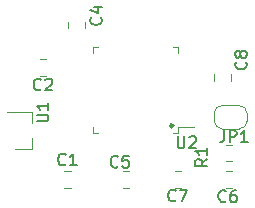
<source format=gbr>
G04 #@! TF.GenerationSoftware,KiCad,Pcbnew,5.1.3-ffb9f22~84~ubuntu18.04.1*
G04 #@! TF.CreationDate,2019-07-28T18:08:26+02:00*
G04 #@! TF.ProjectId,board,626f6172-642e-46b6-9963-61645f706362,rev?*
G04 #@! TF.SameCoordinates,Original*
G04 #@! TF.FileFunction,Legend,Top*
G04 #@! TF.FilePolarity,Positive*
%FSLAX46Y46*%
G04 Gerber Fmt 4.6, Leading zero omitted, Abs format (unit mm)*
G04 Created by KiCad (PCBNEW 5.1.3-ffb9f22~84~ubuntu18.04.1) date 2019-07-28 18:08:26*
%MOMM*%
%LPD*%
G04 APERTURE LIST*
%ADD10C,0.300000*%
%ADD11C,0.120000*%
%ADD12C,0.150000*%
G04 APERTURE END LIST*
D10*
X89393909Y-112468660D02*
G75*
G03X89393909Y-112468660I-105289J0D01*
G01*
D11*
X80196948Y-117758280D02*
X80719452Y-117758280D01*
X80196948Y-116338280D02*
X80719452Y-116338280D01*
X78654652Y-108284080D02*
X78132148Y-108284080D01*
X78654652Y-106864080D02*
X78132148Y-106864080D01*
X80521740Y-104205672D02*
X80521740Y-103683168D01*
X81941740Y-104205672D02*
X81941740Y-103683168D01*
X85149948Y-117732880D02*
X85672452Y-117732880D01*
X85149948Y-116312880D02*
X85672452Y-116312880D01*
X93836748Y-116338280D02*
X94359252Y-116338280D01*
X93836748Y-117758280D02*
X94359252Y-117758280D01*
X90084652Y-117758280D02*
X89562148Y-117758280D01*
X90084652Y-116338280D02*
X89562148Y-116338280D01*
X92889000Y-108139488D02*
X92889000Y-108661992D01*
X94309000Y-108139488D02*
X94309000Y-108661992D01*
X93569800Y-112762540D02*
G75*
G02X92869800Y-112062540I0J700000D01*
G01*
X92869800Y-111462540D02*
G75*
G02X93569800Y-110762540I700000J0D01*
G01*
X94969800Y-110762540D02*
G75*
G02X95669800Y-111462540I0J-700000D01*
G01*
X95669800Y-112062540D02*
G75*
G02X94969800Y-112762540I-700000J0D01*
G01*
X95669800Y-111462540D02*
X95669800Y-112062540D01*
X93569800Y-110762540D02*
X94969800Y-110762540D01*
X92869800Y-112062540D02*
X92869800Y-111462540D01*
X94969800Y-112762540D02*
X93569800Y-112762540D01*
X93862148Y-114075140D02*
X94384652Y-114075140D01*
X93862148Y-115495140D02*
X94384652Y-115495140D01*
X77478160Y-114472840D02*
X77478160Y-113542840D01*
X77478160Y-111312840D02*
X77478160Y-112242840D01*
X77478160Y-111312840D02*
X75318160Y-111312840D01*
X77478160Y-114472840D02*
X76018160Y-114472840D01*
X83075540Y-105843680D02*
X82625540Y-105843680D01*
X82625540Y-105843680D02*
X82625540Y-106293680D01*
X89395540Y-105843680D02*
X89845540Y-105843680D01*
X89845540Y-105843680D02*
X89845540Y-106293680D01*
X83075540Y-113063680D02*
X82625540Y-113063680D01*
X82625540Y-113063680D02*
X82625540Y-112613680D01*
X89395540Y-113063680D02*
X89845540Y-113063680D01*
X89845540Y-113063680D02*
X89845540Y-112613680D01*
X89845540Y-112613680D02*
X91135540Y-112613680D01*
D12*
X80291533Y-115755422D02*
X80243914Y-115803041D01*
X80101057Y-115850660D01*
X80005819Y-115850660D01*
X79862961Y-115803041D01*
X79767723Y-115707803D01*
X79720104Y-115612565D01*
X79672485Y-115422089D01*
X79672485Y-115279232D01*
X79720104Y-115088756D01*
X79767723Y-114993518D01*
X79862961Y-114898280D01*
X80005819Y-114850660D01*
X80101057Y-114850660D01*
X80243914Y-114898280D01*
X80291533Y-114945899D01*
X81243914Y-115850660D02*
X80672485Y-115850660D01*
X80958200Y-115850660D02*
X80958200Y-114850660D01*
X80862961Y-114993518D01*
X80767723Y-115088756D01*
X80672485Y-115136375D01*
X78210113Y-109399342D02*
X78162494Y-109446961D01*
X78019637Y-109494580D01*
X77924399Y-109494580D01*
X77781541Y-109446961D01*
X77686303Y-109351723D01*
X77638684Y-109256485D01*
X77591065Y-109066009D01*
X77591065Y-108923152D01*
X77638684Y-108732676D01*
X77686303Y-108637438D01*
X77781541Y-108542200D01*
X77924399Y-108494580D01*
X78019637Y-108494580D01*
X78162494Y-108542200D01*
X78210113Y-108589819D01*
X78591065Y-108589819D02*
X78638684Y-108542200D01*
X78733922Y-108494580D01*
X78972018Y-108494580D01*
X79067256Y-108542200D01*
X79114875Y-108589819D01*
X79162494Y-108685057D01*
X79162494Y-108780295D01*
X79114875Y-108923152D01*
X78543446Y-109494580D01*
X79162494Y-109494580D01*
X83280522Y-103321146D02*
X83328141Y-103368765D01*
X83375760Y-103511622D01*
X83375760Y-103606860D01*
X83328141Y-103749718D01*
X83232903Y-103844956D01*
X83137665Y-103892575D01*
X82947189Y-103940194D01*
X82804332Y-103940194D01*
X82613856Y-103892575D01*
X82518618Y-103844956D01*
X82423380Y-103749718D01*
X82375760Y-103606860D01*
X82375760Y-103511622D01*
X82423380Y-103368765D01*
X82470999Y-103321146D01*
X82709094Y-102464003D02*
X83375760Y-102464003D01*
X82328141Y-102702099D02*
X83042427Y-102940194D01*
X83042427Y-102321146D01*
X84725213Y-115937302D02*
X84677594Y-115984921D01*
X84534737Y-116032540D01*
X84439499Y-116032540D01*
X84296641Y-115984921D01*
X84201403Y-115889683D01*
X84153784Y-115794445D01*
X84106165Y-115603969D01*
X84106165Y-115461112D01*
X84153784Y-115270636D01*
X84201403Y-115175398D01*
X84296641Y-115080160D01*
X84439499Y-115032540D01*
X84534737Y-115032540D01*
X84677594Y-115080160D01*
X84725213Y-115127779D01*
X85629975Y-115032540D02*
X85153784Y-115032540D01*
X85106165Y-115508731D01*
X85153784Y-115461112D01*
X85249022Y-115413493D01*
X85487118Y-115413493D01*
X85582356Y-115461112D01*
X85629975Y-115508731D01*
X85677594Y-115603969D01*
X85677594Y-115842064D01*
X85629975Y-115937302D01*
X85582356Y-115984921D01*
X85487118Y-116032540D01*
X85249022Y-116032540D01*
X85153784Y-115984921D01*
X85106165Y-115937302D01*
X93859053Y-118860842D02*
X93811434Y-118908461D01*
X93668577Y-118956080D01*
X93573339Y-118956080D01*
X93430481Y-118908461D01*
X93335243Y-118813223D01*
X93287624Y-118717985D01*
X93240005Y-118527509D01*
X93240005Y-118384652D01*
X93287624Y-118194176D01*
X93335243Y-118098938D01*
X93430481Y-118003700D01*
X93573339Y-117956080D01*
X93668577Y-117956080D01*
X93811434Y-118003700D01*
X93859053Y-118051319D01*
X94716196Y-117956080D02*
X94525720Y-117956080D01*
X94430481Y-118003700D01*
X94382862Y-118051319D01*
X94287624Y-118194176D01*
X94240005Y-118384652D01*
X94240005Y-118765604D01*
X94287624Y-118860842D01*
X94335243Y-118908461D01*
X94430481Y-118956080D01*
X94620958Y-118956080D01*
X94716196Y-118908461D01*
X94763815Y-118860842D01*
X94811434Y-118765604D01*
X94811434Y-118527509D01*
X94763815Y-118432271D01*
X94716196Y-118384652D01*
X94620958Y-118337033D01*
X94430481Y-118337033D01*
X94335243Y-118384652D01*
X94287624Y-118432271D01*
X94240005Y-118527509D01*
X89612173Y-118792262D02*
X89564554Y-118839881D01*
X89421697Y-118887500D01*
X89326459Y-118887500D01*
X89183601Y-118839881D01*
X89088363Y-118744643D01*
X89040744Y-118649405D01*
X88993125Y-118458929D01*
X88993125Y-118316072D01*
X89040744Y-118125596D01*
X89088363Y-118030358D01*
X89183601Y-117935120D01*
X89326459Y-117887500D01*
X89421697Y-117887500D01*
X89564554Y-117935120D01*
X89612173Y-117982739D01*
X89945506Y-117887500D02*
X90612173Y-117887500D01*
X90183601Y-118887500D01*
X95551262Y-107098126D02*
X95598881Y-107145745D01*
X95646500Y-107288602D01*
X95646500Y-107383840D01*
X95598881Y-107526698D01*
X95503643Y-107621936D01*
X95408405Y-107669555D01*
X95217929Y-107717174D01*
X95075072Y-107717174D01*
X94884596Y-107669555D01*
X94789358Y-107621936D01*
X94694120Y-107526698D01*
X94646500Y-107383840D01*
X94646500Y-107288602D01*
X94694120Y-107145745D01*
X94741739Y-107098126D01*
X95075072Y-106526698D02*
X95027453Y-106621936D01*
X94979834Y-106669555D01*
X94884596Y-106717174D01*
X94836977Y-106717174D01*
X94741739Y-106669555D01*
X94694120Y-106621936D01*
X94646500Y-106526698D01*
X94646500Y-106336221D01*
X94694120Y-106240983D01*
X94741739Y-106193364D01*
X94836977Y-106145745D01*
X94884596Y-106145745D01*
X94979834Y-106193364D01*
X95027453Y-106240983D01*
X95075072Y-106336221D01*
X95075072Y-106526698D01*
X95122691Y-106621936D01*
X95170310Y-106669555D01*
X95265548Y-106717174D01*
X95456024Y-106717174D01*
X95551262Y-106669555D01*
X95598881Y-106621936D01*
X95646500Y-106526698D01*
X95646500Y-106336221D01*
X95598881Y-106240983D01*
X95551262Y-106193364D01*
X95456024Y-106145745D01*
X95265548Y-106145745D01*
X95170310Y-106193364D01*
X95122691Y-106240983D01*
X95075072Y-106336221D01*
X93720706Y-112876080D02*
X93720706Y-113590366D01*
X93673087Y-113733223D01*
X93577849Y-113828461D01*
X93434992Y-113876080D01*
X93339754Y-113876080D01*
X94196897Y-113876080D02*
X94196897Y-112876080D01*
X94577849Y-112876080D01*
X94673087Y-112923700D01*
X94720706Y-112971319D01*
X94768325Y-113066557D01*
X94768325Y-113209414D01*
X94720706Y-113304652D01*
X94673087Y-113352271D01*
X94577849Y-113399890D01*
X94196897Y-113399890D01*
X95720706Y-113876080D02*
X95149278Y-113876080D01*
X95434992Y-113876080D02*
X95434992Y-112876080D01*
X95339754Y-113018938D01*
X95244516Y-113114176D01*
X95149278Y-113161795D01*
X92283540Y-115307406D02*
X91807350Y-115640740D01*
X92283540Y-115878835D02*
X91283540Y-115878835D01*
X91283540Y-115497882D01*
X91331160Y-115402644D01*
X91378779Y-115355025D01*
X91474017Y-115307406D01*
X91616874Y-115307406D01*
X91712112Y-115355025D01*
X91759731Y-115402644D01*
X91807350Y-115497882D01*
X91807350Y-115878835D01*
X92283540Y-114355025D02*
X92283540Y-114926454D01*
X92283540Y-114640740D02*
X91283540Y-114640740D01*
X91426398Y-114735978D01*
X91521636Y-114831216D01*
X91569255Y-114926454D01*
X77841860Y-112120584D02*
X78651384Y-112120584D01*
X78746622Y-112072965D01*
X78794241Y-112025346D01*
X78841860Y-111930108D01*
X78841860Y-111739632D01*
X78794241Y-111644394D01*
X78746622Y-111596775D01*
X78651384Y-111549156D01*
X77841860Y-111549156D01*
X78841860Y-110549156D02*
X78841860Y-111120584D01*
X78841860Y-110834870D02*
X77841860Y-110834870D01*
X77984718Y-110930108D01*
X78079956Y-111025346D01*
X78127575Y-111120584D01*
X89778935Y-113386620D02*
X89778935Y-114196144D01*
X89826554Y-114291382D01*
X89874173Y-114339001D01*
X89969411Y-114386620D01*
X90159887Y-114386620D01*
X90255125Y-114339001D01*
X90302744Y-114291382D01*
X90350363Y-114196144D01*
X90350363Y-113386620D01*
X90778935Y-113481859D02*
X90826554Y-113434240D01*
X90921792Y-113386620D01*
X91159887Y-113386620D01*
X91255125Y-113434240D01*
X91302744Y-113481859D01*
X91350363Y-113577097D01*
X91350363Y-113672335D01*
X91302744Y-113815192D01*
X90731316Y-114386620D01*
X91350363Y-114386620D01*
M02*

</source>
